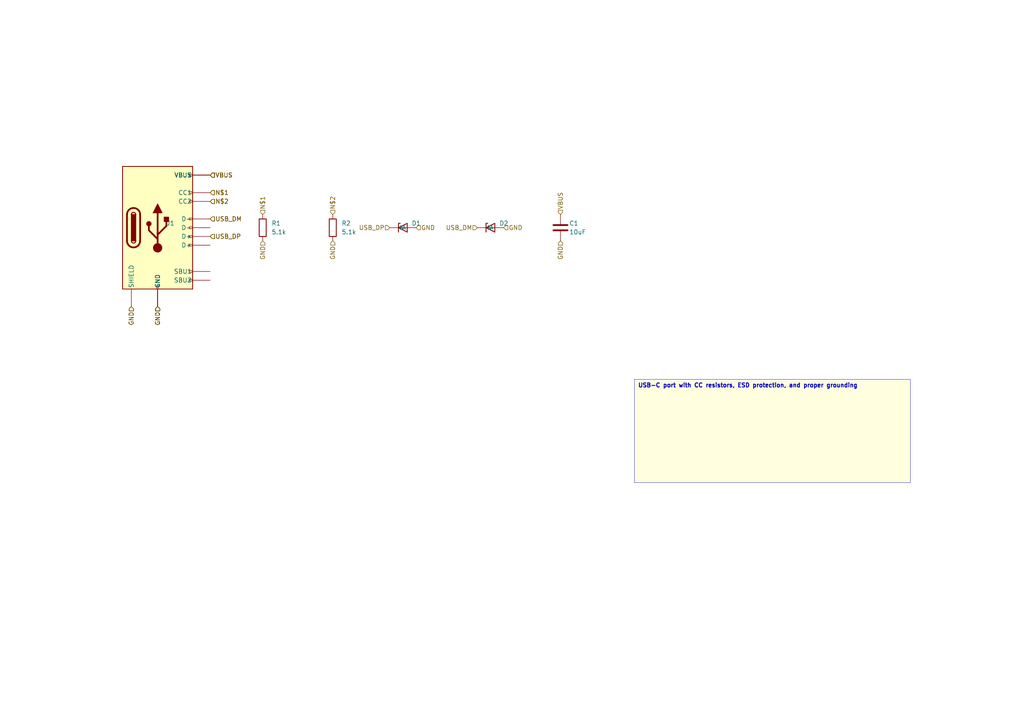
<source format=kicad_sch>
(kicad_sch (version 20250114) (generator "kicad_api") (generator_version 9.0)
  (paper A4)
  (paper A4)
  (lib_symbols
    (symbol "Connector:USB_C_Receptacle_USB2.0_16P" (pin_numbers hide) (pin_names (offset 0.254))
      (property "Reference" "{'value': 'J', 'position': {'x': 0.0, 'y': 22.225, 'rotation': 0.0}, 'effects': {'font_size': [1.27, 1.27]}}" (at 0.0 0.0 0))
      (property "Value" "{'value': 'USB_C_Receptacle_USB2.0_16P', 'position': {'x': 0.0, 'y': 19.685, 'rotation': 0.0}, 'effects': {'font_size': [1.27, 1.27]}}" (at 0.0 0.0 0))
      (symbol "USB_C_Receptacle_USB2.0_16P_0_1"
        (rectangle (start -0.254 -17.78) (end 0.254 -16.764) (stroke (width 0.0)))
        (rectangle (start 10.16 15.494) (end 9.144 14.986) (stroke (width 0.0)))
        (rectangle (start 10.16 10.414) (end 9.144 9.906) (stroke (width 0.0)))
        (rectangle (start 10.16 7.874) (end 9.144 7.366) (stroke (width 0.0)))
        (rectangle (start 10.16 2.794) (end 9.144 2.286) (stroke (width 0.0)))
        (rectangle (start 10.16 0.254) (end 9.144 -0.254) (stroke (width 0.0)))
        (rectangle (start 10.16 -2.286) (end 9.144 -2.794) (stroke (width 0.0)))
        (rectangle (start 10.16 -4.826) (end 9.144 -5.334) (stroke (width 0.0)))
        (rectangle (start 10.16 -12.446) (end 9.144 -12.954) (stroke (width 0.0)))
        (rectangle (start 10.16 -14.986) (end 9.144 -15.494) (stroke (width 0.0)))
        (rectangle (start -10.16 17.78) (end 10.16 -17.78) (stroke (width 0.254)) (fill (type background)))
        (polyline (pts (xy -8.89 -3.81) (xy -8.89 3.81)) (stroke (width 0.508)))
        (rectangle (start -7.62 -3.81) (end -6.35 3.81) (stroke (width 0.254)) (fill (type outline)))
        (arc (start -7.62 3.81) (mid -6.985 4.4423) (end -6.35 3.81) (stroke (width 0.254)))
        (arc (start -7.62 3.81) (mid -6.985 4.4423) (end -6.35 3.81) (stroke (width 0.254)))
        (arc (start -8.89 3.81) (mid -6.985 5.7067) (end -5.08 3.81) (stroke (width 0.508)))
        (arc (start -5.08 -3.81) (mid -6.985 -5.7067) (end -8.89 -3.81) (stroke (width 0.508)))
        (arc (start -6.35 -3.81) (mid -6.985 -4.4423) (end -7.62 -3.81) (stroke (width 0.254)))
        (arc (start -6.35 -3.81) (mid -6.985 -4.4423) (end -7.62 -3.81) (stroke (width 0.254)))
        (polyline (pts (xy -5.08 3.81) (xy -5.08 -3.81)) (stroke (width 0.508)))
        (circle (center -2.54 1.143) (radius 0.635) (stroke (width 0.254)) (fill (type outline)))
        (polyline (pts (xy -1.27 4.318) (xy 0.0 6.858) (xy 1.27 4.318) (xy -1.27 4.318)) (stroke (width 0.254)) (fill (type outline)))
        (polyline (pts (xy 0.0 -2.032) (xy 2.54 0.508) (xy 2.54 1.778)) (stroke (width 0.508)))
        (polyline (pts (xy 0.0 -3.302) (xy -2.54 -0.762) (xy -2.54 0.508)) (stroke (width 0.508)))
        (polyline (pts (xy 0.0 -5.842) (xy 0.0 4.318)) (stroke (width 0.508)))
        (circle (center 0.0 -5.842) (radius 1.27) (stroke (width 0.0)) (fill (type outline)))
        (rectangle (start 1.905 1.778) (end 3.175 3.048) (stroke (width 0.254)) (fill (type outline)))
      )
      (symbol "USB_C_Receptacle_USB2.0_16P_1_1"
        (pin passive line (at -7.62 -22.86 90) (length 5.08) (name SHIELD) (number S1))
        (pin passive line (at 0.0 -22.86 90) (length 5.08) (name GND) (number A1))
        (pin passive line (at 0.0 -22.86 90) (length 5.08) (name GND) (number A12))
        (pin passive line (at 0.0 -22.86 90) (length 5.08) (name GND) (number B1))
        (pin passive line (at 0.0 -22.86 90) (length 5.08) (name GND) (number B12))
        (pin passive line (at 15.24 15.24 180) (length 5.08) (name VBUS) (number A4))
        (pin passive line (at 15.24 15.24 180) (length 5.08) (name VBUS) (number A9))
        (pin passive line (at 15.24 15.24 180) (length 5.08) (name VBUS) (number B4))
        (pin passive line (at 15.24 15.24 180) (length 5.08) (name VBUS) (number B9))
        (pin bidirectional line (at 15.24 10.16 180) (length 5.08) (name CC1) (number A5))
        (pin bidirectional line (at 15.24 7.62 180) (length 5.08) (name CC2) (number B5))
        (pin bidirectional line (at 15.24 2.54 180) (length 5.08) (name D-) (number A7))
        (pin bidirectional line (at 15.24 0.0 180) (length 5.08) (name D-) (number B7))
        (pin bidirectional line (at 15.24 -2.54 180) (length 5.08) (name D+) (number A6))
        (pin bidirectional line (at 15.24 -5.08 180) (length 5.08) (name D+) (number B6))
        (pin bidirectional line (at 15.24 -12.7 180) (length 5.08) (name SBU1) (number A8))
        (pin bidirectional line (at 15.24 -15.24 180) (length 5.08) (name SBU2) (number B8))
      )
    )
    (symbol "Device:C" (pin_numbers hide) (pin_names (offset 0.254))
      (property "Reference" "{'value': 'C', 'position': {'x': 0.635, 'y': 2.54, 'rotation': 0.0}, 'effects': {'font_size': [1.27, 1.27], 'justify': ['left']}}" (at 0.0 0.0 0))
      (property "Value" "{'value': 'C', 'position': {'x': 0.635, 'y': -2.54, 'rotation': 0.0}, 'effects': {'font_size': [1.27, 1.27], 'justify': ['left']}}" (at 0.0 0.0 0))
      (symbol "C_0_1"
        (polyline (pts (xy -2.032 0.762) (xy 2.032 0.762)) (stroke (width 0.508)))
        (polyline (pts (xy -2.032 -0.762) (xy 2.032 -0.762)) (stroke (width 0.508)))
      )
      (symbol "C_1_1"
        (pin passive line (at 0.0 3.81 270) (length 2.794) (name ~) (number "1"))
        (pin passive line (at 0.0 -3.81 90) (length 2.794) (name ~) (number "2"))
      )
    )
    (symbol "Device:R" (pin_numbers hide) (pin_names (offset 0.254))
      (property "Reference" "{'value': 'R', 'position': {'x': 2.032, 'y': 0.0, 'rotation': 90.0}, 'effects': {'font_size': [1.27, 1.27]}}" (at 0.0 0.0 0))
      (property "Value" "{'value': 'R', 'position': {'x': 0.0, 'y': 0.0, 'rotation': 90.0}, 'effects': {'font_size': [1.27, 1.27]}}" (at 0.0 0.0 0))
      (symbol "R_0_1"
        (rectangle (start -1.016 -2.54) (end 1.016 2.54) (stroke (width 0.254)))
      )
      (symbol "R_1_1"
        (pin passive line (at 0.0 3.81 270) (length 1.27) (name ~) (number "1"))
        (pin passive line (at 0.0 -3.81 90) (length 1.27) (name ~) (number "2"))
      )
    )
    (symbol "Diode:ESD5Zxx" (pin_numbers hide) (pin_names (offset 0.254))
      (property "Reference" "{'value': 'D', 'position': {'x': 0.0, 'y': 2.54, 'rotation': 0.0}, 'effects': {'font_size': [1.27, 1.27]}}" (at 0.0 0.0 0))
      (property "Value" "{'value': 'ESD5Zxx', 'position': {'x': 0.0, 'y': -2.54, 'rotation': 0.0}, 'effects': {'font_size': [1.27, 1.27]}}" (at 0.0 0.0 0))
      (symbol "ESD5Zxx_0_1"
        (polyline (pts (xy -1.27 -1.27) (xy -1.27 1.27) (xy -0.762 1.27)) (stroke (width 0.254)))
        (polyline (pts (xy 1.27 0.0) (xy -1.27 0.0)) (stroke (width 0.0)))
        (polyline (pts (xy 1.27 -1.27) (xy 1.27 1.27) (xy -1.27 0.0) (xy 1.27 -1.27)) (stroke (width 0.254)))
      )
      (symbol "ESD5Zxx_1_1"
        (pin passive line (at -3.81 0.0 0) (length 2.54) (name K) (number "1"))
        (pin passive line (at 3.81 0.0 180) (length 2.54) (name A) (number "2"))
      )
    )
  )
  (title_block (title USB_Port) (date 2025-08-02) (company Circuit-Synth))
  (symbol (lib_id Connector:USB_C_Receptacle_USB2.0_16P) (at 45.72 66.04 0)
    (property "Reference" "J1" (at 48.26 64.77000000000001 0) (effects (justify left)))
    (property "Footprint" "Connector_USB:USB_C_Receptacle_GCT_USB4105-xx-A_16P_TopMnt_Horizontal" (effects (hide yes)))
    (instances (project "circuit" (path "" (reference J1) (unit 1))) (project "ESP32_C6_Dev_Board" (path "" (reference J1) (unit 1))))
  )
  (symbol (lib_id Device:R) (at 76.2 66.04 0)
    (property "Reference" "R1" (at 78.74000000000001 64.77000000000001 0) (effects (justify left)))
    (property "Value" "5.1k" (at 78.74000000000001 67.31 0) (effects (justify left)))
    (property "Footprint" "Resistor_SMD:R_0603_1608Metric" (effects (hide yes)))
    (instances (project "circuit" (path "" (reference R1) (unit 1))) (project "ESP32_C6_Dev_Board" (path "" (reference R1) (unit 1))))
  )
  (symbol (lib_id Device:R) (at 96.52 66.04 0)
    (property "Reference" "R2" (at 99.06 64.77000000000001 0) (effects (justify left)))
    (property "Value" "5.1k" (at 99.06 67.31 0) (effects (justify left)))
    (property "Footprint" "Resistor_SMD:R_0603_1608Metric" (effects (hide yes)))
    (instances (project "circuit" (path "" (reference R2) (unit 1))) (project "ESP32_C6_Dev_Board" (path "" (reference R2) (unit 1))))
  )
  (symbol (lib_id Diode:ESD5Zxx) (at 116.84 66.04 0)
    (property "Reference" "D1" (at 119.38000000000001 64.77000000000001 0) (effects (justify left)))
    (property "Footprint" "Diode_SMD:D_SOD-523" (effects (hide yes)))
    (instances (project "circuit" (path "" (reference D1) (unit 1))) (project "ESP32_C6_Dev_Board" (path "" (reference D1) (unit 1))))
  )
  (symbol (lib_id Diode:ESD5Zxx) (at 142.24 66.04 0)
    (property "Reference" "D2" (at 144.78 64.77000000000001 0) (effects (justify left)))
    (property "Footprint" "Diode_SMD:D_SOD-523" (effects (hide yes)))
    (instances (project "circuit" (path "" (reference D2) (unit 1))) (project "ESP32_C6_Dev_Board" (path "" (reference D2) (unit 1))))
  )
  (symbol (lib_id Device:C) (at 162.56 66.04 0)
    (property "Reference" "C1" (at 165.1 64.77000000000001 0) (effects (justify left)))
    (property "Value" "10uF" (at 165.1 67.31 0) (effects (justify left)))
    (property "Footprint" "Capacitor_SMD:C_0805_2012Metric" (effects (hide yes)))
    (instances (project "circuit" (path "" (reference C1) (unit 1))) (project "ESP32_C6_Dev_Board" (path "" (reference C1) (unit 1))))
  )
  (hierarchical_label GND (shape input) (at 38.1 88.9 270))
  (hierarchical_label GND (shape input) (at 45.72 88.9 270))
  (hierarchical_label GND (shape input) (at 45.72 88.9 270))
  (hierarchical_label GND (shape input) (at 45.72 88.9 270))
  (hierarchical_label GND (shape input) (at 45.72 88.9 270))
  (hierarchical_label GND (shape input) (at 38.1 88.9 270))
  (hierarchical_label GND (shape input) (at 76.2 69.85000000000001 270))
  (hierarchical_label GND (shape input) (at 96.52 69.85000000000001 270))
  (hierarchical_label GND (shape input) (at 120.65 66.04 0))
  (hierarchical_label GND (shape input) (at 146.05 66.04 0))
  (hierarchical_label GND (shape input) (at 162.56 69.85000000000001 270))
  (hierarchical_label VBUS (shape input) (at 60.96 50.800000000000004 0))
  (hierarchical_label VBUS (shape input) (at 60.96 50.800000000000004 0))
  (hierarchical_label VBUS (shape input) (at 60.96 50.800000000000004 0))
  (hierarchical_label VBUS (shape input) (at 60.96 50.800000000000004 0))
  (hierarchical_label VBUS (shape input) (at 162.56 62.230000000000004 90))
  (hierarchical_label N$1 (shape input) (at 60.96 55.88000000000001 0))
  (hierarchical_label N$1 (shape input) (at 60.96 55.88000000000001 0))
  (hierarchical_label N$1 (shape input) (at 76.2 62.230000000000004 90))
  (hierarchical_label N$2 (shape input) (at 60.96 58.42000000000001 0))
  (hierarchical_label N$2 (shape input) (at 60.96 58.42000000000001 0))
  (hierarchical_label N$2 (shape input) (at 96.52 62.230000000000004 90))
  (hierarchical_label USB_DM (shape input) (at 60.96 63.50000000000001 0))
  (hierarchical_label USB_DM (shape input) (at 60.96 63.50000000000001 0))
  (hierarchical_label USB_DM (shape input) (at 138.43 66.04 180))
  (hierarchical_label USB_DP (shape input) (at 60.96 68.58000000000001 0))
  (hierarchical_label USB_DP (shape input) (at 60.96 68.58000000000001 0))
  (hierarchical_label USB_DP (shape input) (at 113.03 66.04 180))
  (text_box "USB-C port with CC resistors, ESD protection, and proper grounding" (exclude_from_sim yes) (at 184.0 110.0 0) (size 80.0 30.0) (margins 1.0 1.0 1.0 1.0) (stroke (width 0.1)) (fill (type color) (color 255 255 224 1)) (effects (font (size 1.2 1.2) (thickness 0.254)) (justify left top)))
)
</source>
